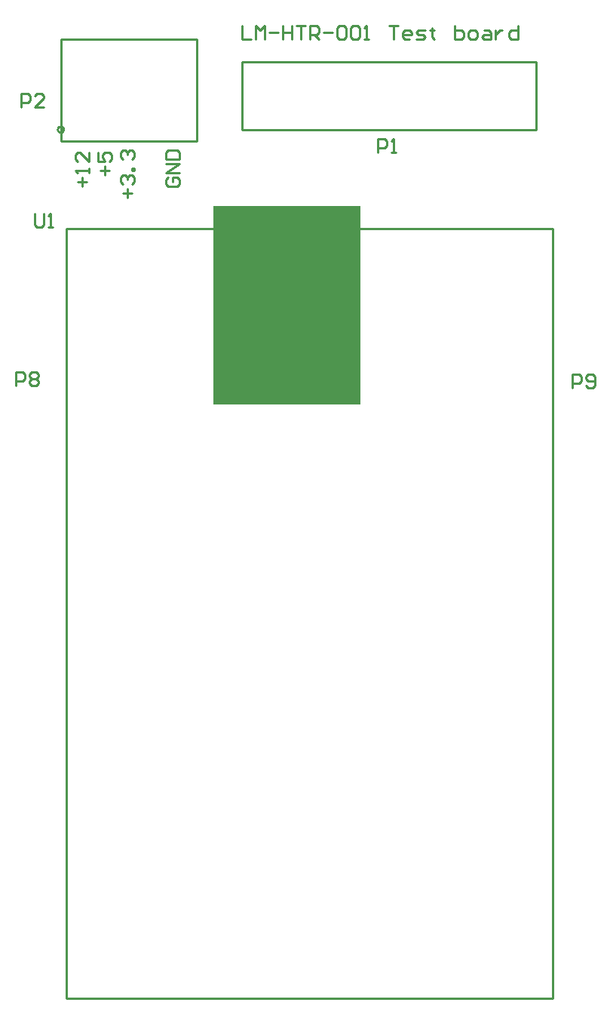
<source format=gbr>
G04 Layer_Color=65535*
%FSLAX26Y26*%
%MOIN*%
%TF.FileFunction,Legend,Top*%
%TF.Part,Single*%
G01*
G75*
%TA.AperFunction,NonConductor*%
%ADD21C,0.010000*%
G36*
X1625000Y3662500D02*
X1625000Y2787500D01*
X975000Y2787500D01*
X975000Y3662500D01*
X1625000Y3662500D01*
D02*
G37*
D21*
X314142Y4000000D02*
G03*
X314142Y4000000I-14142J0D01*
G01*
X325000Y162500D02*
Y3562500D01*
Y162500D02*
X2475000D01*
X325000Y3562500D02*
X2475000D01*
Y162500D02*
Y3562500D01*
X300000Y3950000D02*
X900000D01*
Y4400000D01*
X300000D02*
X900000D01*
X300000Y3950000D02*
Y4400000D01*
X2400000Y4000000D02*
Y4300000D01*
X1100000D02*
X2400000D01*
X1100000Y4000000D02*
Y4300000D01*
Y4000000D02*
X2400000D01*
X775016Y3789987D02*
X765019Y3779990D01*
Y3759997D01*
X775016Y3750000D01*
X815003D01*
X825000Y3759997D01*
Y3779990D01*
X815003Y3789987D01*
X795010D01*
Y3769994D01*
X825000Y3809981D02*
X765019D01*
X825000Y3849968D01*
X765019D01*
Y3869961D02*
X825000D01*
Y3899952D01*
X815003Y3909948D01*
X775016D01*
X765019Y3899952D01*
Y3869961D01*
X595010Y3700000D02*
Y3739987D01*
X575016Y3719994D02*
X615003D01*
X575016Y3759981D02*
X565019Y3769977D01*
Y3789971D01*
X575016Y3799968D01*
X585013D01*
X595010Y3789971D01*
Y3779974D01*
Y3789971D01*
X605006Y3799968D01*
X615003D01*
X625000Y3789971D01*
Y3769977D01*
X615003Y3759981D01*
X625000Y3819961D02*
X615003D01*
Y3829958D01*
X625000D01*
Y3819961D01*
X575016Y3869945D02*
X565019Y3879942D01*
Y3899935D01*
X575016Y3909932D01*
X585013D01*
X595010Y3899935D01*
Y3889939D01*
Y3899935D01*
X605006Y3909932D01*
X615003D01*
X625000Y3899935D01*
Y3879942D01*
X615003Y3869945D01*
X495010Y3800000D02*
Y3839987D01*
X475016Y3819994D02*
X515003D01*
X465019Y3899968D02*
Y3859981D01*
X495010D01*
X485013Y3879974D01*
Y3889971D01*
X495010Y3899968D01*
X515003D01*
X525000Y3889971D01*
Y3869977D01*
X515003Y3859981D01*
X395010Y3750000D02*
Y3789987D01*
X375016Y3769994D02*
X415003D01*
X425000Y3809981D02*
Y3829974D01*
Y3819977D01*
X365019D01*
X375016Y3809981D01*
X425000Y3899952D02*
Y3859964D01*
X385013Y3899952D01*
X375016D01*
X365019Y3889955D01*
Y3869961D01*
X375016Y3859964D01*
X185000Y3629981D02*
Y3579997D01*
X194997Y3570000D01*
X214990D01*
X224987Y3579997D01*
Y3629981D01*
X244981Y3570000D02*
X264974D01*
X254977D01*
Y3629981D01*
X244981Y3619984D01*
X100000Y2870000D02*
Y2929981D01*
X129990D01*
X139987Y2919984D01*
Y2899990D01*
X129990Y2889994D01*
X100000D01*
X159981Y2919984D02*
X169977Y2929981D01*
X189971D01*
X199968Y2919984D01*
Y2909987D01*
X189971Y2899990D01*
X199968Y2889994D01*
Y2879997D01*
X189971Y2870000D01*
X169977D01*
X159981Y2879997D01*
Y2889994D01*
X169977Y2899990D01*
X159981Y2909987D01*
Y2919984D01*
X169977Y2899990D02*
X189971D01*
X2560000Y2860000D02*
Y2919981D01*
X2589990D01*
X2599987Y2909984D01*
Y2889990D01*
X2589990Y2879994D01*
X2560000D01*
X2619981Y2869997D02*
X2629977Y2860000D01*
X2649971D01*
X2659968Y2869997D01*
Y2909984D01*
X2649971Y2919981D01*
X2629977D01*
X2619981Y2909984D01*
Y2899987D01*
X2629977Y2889990D01*
X2659968D01*
X1100000Y4459981D02*
Y4400000D01*
X1139987D01*
X1159981D02*
Y4459981D01*
X1179974Y4439987D01*
X1199968Y4459981D01*
Y4400000D01*
X1219961Y4429990D02*
X1259948D01*
X1279942Y4459981D02*
Y4400000D01*
Y4429990D01*
X1319929D01*
Y4459981D01*
Y4400000D01*
X1339922Y4459981D02*
X1379909D01*
X1359916D01*
Y4400000D01*
X1399903D02*
Y4459981D01*
X1429893D01*
X1439890Y4449984D01*
Y4429990D01*
X1429893Y4419993D01*
X1399903D01*
X1419897D02*
X1439890Y4400000D01*
X1459884Y4429990D02*
X1499871D01*
X1519864Y4449984D02*
X1529861Y4459981D01*
X1549854D01*
X1559851Y4449984D01*
Y4409997D01*
X1549854Y4400000D01*
X1529861D01*
X1519864Y4409997D01*
Y4449984D01*
X1579845D02*
X1589842Y4459981D01*
X1609835D01*
X1619832Y4449984D01*
Y4409997D01*
X1609835Y4400000D01*
X1589842D01*
X1579845Y4409997D01*
Y4449984D01*
X1639825Y4400000D02*
X1659819D01*
X1649822D01*
Y4459981D01*
X1639825Y4449984D01*
X1749790Y4459981D02*
X1789777D01*
X1769783D01*
Y4400000D01*
X1839761D02*
X1819767D01*
X1809770Y4409997D01*
Y4429990D01*
X1819767Y4439987D01*
X1839761D01*
X1849757Y4429990D01*
Y4419993D01*
X1809770D01*
X1869751Y4400000D02*
X1899741D01*
X1909738Y4409997D01*
X1899741Y4419993D01*
X1879748D01*
X1869751Y4429990D01*
X1879748Y4439987D01*
X1909738D01*
X1939728Y4449984D02*
Y4439987D01*
X1929732D01*
X1949725D01*
X1939728D01*
Y4409997D01*
X1949725Y4400000D01*
X2039696Y4459981D02*
Y4400000D01*
X2069686D01*
X2079683Y4409997D01*
Y4419993D01*
Y4429990D01*
X2069686Y4439987D01*
X2039696D01*
X2109673Y4400000D02*
X2129667D01*
X2139664Y4409997D01*
Y4429990D01*
X2129667Y4439987D01*
X2109673D01*
X2099677Y4429990D01*
Y4409997D01*
X2109673Y4400000D01*
X2169654Y4439987D02*
X2189648D01*
X2199644Y4429990D01*
Y4400000D01*
X2169654D01*
X2159657Y4409997D01*
X2169654Y4419993D01*
X2199644D01*
X2219638Y4439987D02*
Y4400000D01*
Y4419993D01*
X2229635Y4429990D01*
X2239631Y4439987D01*
X2249628D01*
X2319606Y4459981D02*
Y4400000D01*
X2289615D01*
X2279618Y4409997D01*
Y4429990D01*
X2289615Y4439987D01*
X2319606D01*
X125000Y4100000D02*
Y4159981D01*
X154990D01*
X164987Y4149984D01*
Y4129990D01*
X154990Y4119993D01*
X125000D01*
X224968Y4100000D02*
X184981D01*
X224968Y4139987D01*
Y4149984D01*
X214971Y4159981D01*
X194977D01*
X184981Y4149984D01*
X1700000Y3900000D02*
Y3959981D01*
X1729990D01*
X1739987Y3949984D01*
Y3929990D01*
X1729990Y3919994D01*
X1700000D01*
X1759981Y3900000D02*
X1779974D01*
X1769977D01*
Y3959981D01*
X1759981Y3949984D01*
%TF.MD5,1587633ab2caa10b0c133bc8412ee420*%
M02*

</source>
